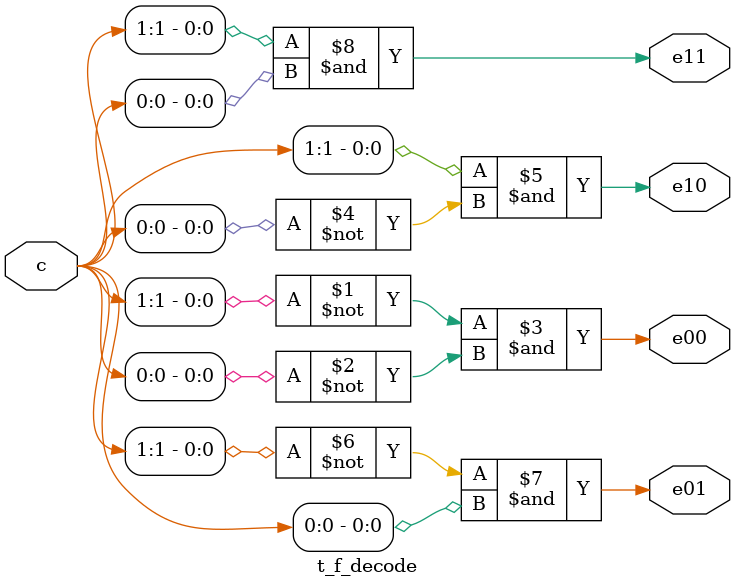
<source format=v>
module t_f_decode (
  input [1:0] c,
  output e00,
  output e10,
  output e01,
  output e11
);

assign e00 = (~c[1] & ~c[0]);
assign e10 = (c[1] & ~c[0]);
assign e01 = (~c[1] & c[0]);
assign e11 = (c[1] & c[0]);
  
endmodule
</source>
